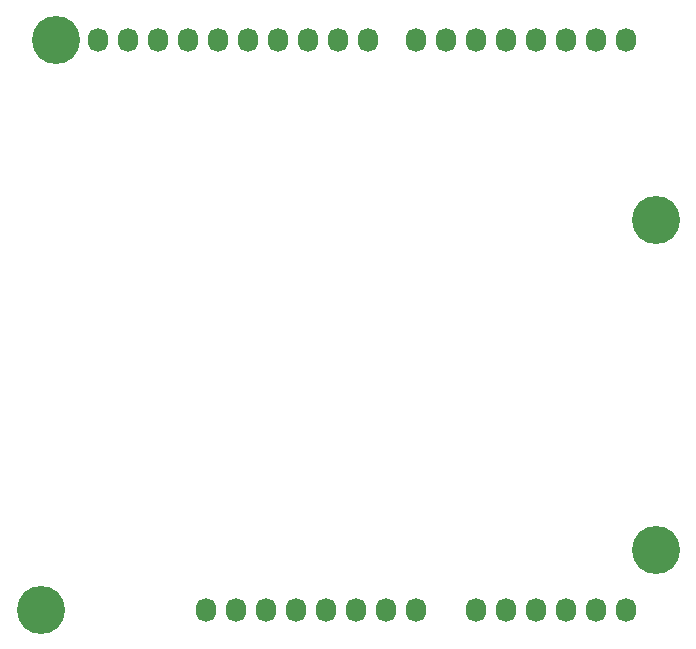
<source format=gbr>
G04 #@! TF.GenerationSoftware,KiCad,Pcbnew,(5.0.0)*
G04 #@! TF.CreationDate,2018-10-08T08:30:27+02:00*
G04 #@! TF.ProjectId,testCours,74657374436F7572732E6B696361645F,rev?*
G04 #@! TF.SameCoordinates,Original*
G04 #@! TF.FileFunction,Copper,L2,Bot,Signal*
G04 #@! TF.FilePolarity,Positive*
%FSLAX46Y46*%
G04 Gerber Fmt 4.6, Leading zero omitted, Abs format (unit mm)*
G04 Created by KiCad (PCBNEW (5.0.0)) date 10/08/18 08:30:27*
%MOMM*%
%LPD*%
G01*
G04 APERTURE LIST*
G04 #@! TA.AperFunction,ComponentPad*
%ADD10O,1.727200X2.032000*%
G04 #@! TD*
G04 #@! TA.AperFunction,ComponentPad*
%ADD11C,4.064000*%
G04 #@! TD*
G04 APERTURE END LIST*
D10*
G04 #@! TO.P,P1,1*
G04 #@! TO.N,Net-(P1-Pad1)*
X138938000Y-123825000D03*
G04 #@! TO.P,P1,2*
G04 #@! TO.N,/IOREF*
X141478000Y-123825000D03*
G04 #@! TO.P,P1,3*
G04 #@! TO.N,/Reset*
X144018000Y-123825000D03*
G04 #@! TO.P,P1,4*
G04 #@! TO.N,+3V3*
X146558000Y-123825000D03*
G04 #@! TO.P,P1,5*
G04 #@! TO.N,+5V*
X149098000Y-123825000D03*
G04 #@! TO.P,P1,6*
G04 #@! TO.N,GND*
X151638000Y-123825000D03*
G04 #@! TO.P,P1,7*
X154178000Y-123825000D03*
G04 #@! TO.P,P1,8*
G04 #@! TO.N,/Vin*
X156718000Y-123825000D03*
G04 #@! TD*
G04 #@! TO.P,P2,1*
G04 #@! TO.N,/A0*
X161798000Y-123825000D03*
G04 #@! TO.P,P2,2*
G04 #@! TO.N,/A1*
X164338000Y-123825000D03*
G04 #@! TO.P,P2,3*
G04 #@! TO.N,/A2*
X166878000Y-123825000D03*
G04 #@! TO.P,P2,4*
G04 #@! TO.N,/A3*
X169418000Y-123825000D03*
G04 #@! TO.P,P2,5*
G04 #@! TO.N,/A4(SDA)*
X171958000Y-123825000D03*
G04 #@! TO.P,P2,6*
G04 #@! TO.N,/A5(SCL)*
X174498000Y-123825000D03*
G04 #@! TD*
G04 #@! TO.P,P3,1*
G04 #@! TO.N,/A5(SCL)*
X129794000Y-75565000D03*
G04 #@! TO.P,P3,2*
G04 #@! TO.N,/A4(SDA)*
X132334000Y-75565000D03*
G04 #@! TO.P,P3,3*
G04 #@! TO.N,/AREF*
X134874000Y-75565000D03*
G04 #@! TO.P,P3,4*
G04 #@! TO.N,GND*
X137414000Y-75565000D03*
G04 #@! TO.P,P3,5*
G04 #@! TO.N,/13(SCK)*
X139954000Y-75565000D03*
G04 #@! TO.P,P3,6*
G04 #@! TO.N,/12(MISO)*
X142494000Y-75565000D03*
G04 #@! TO.P,P3,7*
G04 #@! TO.N,/11(\002A\002A/MOSI)*
X145034000Y-75565000D03*
G04 #@! TO.P,P3,8*
G04 #@! TO.N,/10(\002A\002A/SS)*
X147574000Y-75565000D03*
G04 #@! TO.P,P3,9*
G04 #@! TO.N,/9(\002A\002A)*
X150114000Y-75565000D03*
G04 #@! TO.P,P3,10*
G04 #@! TO.N,/8*
X152654000Y-75565000D03*
G04 #@! TD*
G04 #@! TO.P,P4,1*
G04 #@! TO.N,/7*
X156718000Y-75565000D03*
G04 #@! TO.P,P4,2*
G04 #@! TO.N,/6(\002A\002A)*
X159258000Y-75565000D03*
G04 #@! TO.P,P4,3*
G04 #@! TO.N,/5(\002A\002A)*
X161798000Y-75565000D03*
G04 #@! TO.P,P4,4*
G04 #@! TO.N,/4*
X164338000Y-75565000D03*
G04 #@! TO.P,P4,5*
G04 #@! TO.N,/3(\002A\002A)*
X166878000Y-75565000D03*
G04 #@! TO.P,P4,6*
G04 #@! TO.N,/2*
X169418000Y-75565000D03*
G04 #@! TO.P,P4,7*
G04 #@! TO.N,/1(Tx)*
X171958000Y-75565000D03*
G04 #@! TO.P,P4,8*
G04 #@! TO.N,/0(Rx)*
X174498000Y-75565000D03*
G04 #@! TD*
D11*
G04 #@! TO.P,P5,1*
G04 #@! TO.N,Net-(P5-Pad1)*
X124968000Y-123825000D03*
G04 #@! TD*
G04 #@! TO.P,P6,1*
G04 #@! TO.N,Net-(P6-Pad1)*
X177038000Y-118745000D03*
G04 #@! TD*
G04 #@! TO.P,P7,1*
G04 #@! TO.N,Net-(P7-Pad1)*
X126238000Y-75565000D03*
G04 #@! TD*
G04 #@! TO.P,P8,1*
G04 #@! TO.N,Net-(P8-Pad1)*
X177038000Y-90805000D03*
G04 #@! TD*
M02*

</source>
